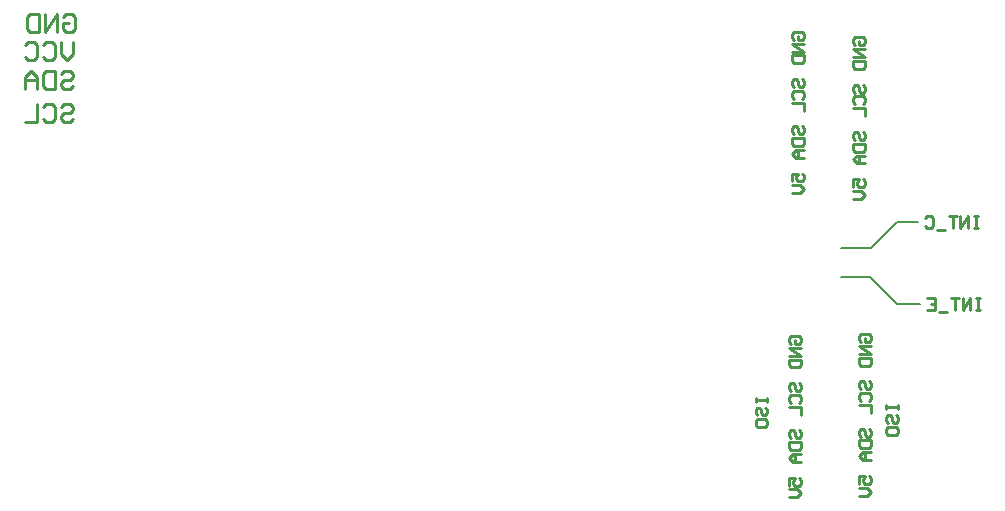
<source format=gbr>
%TF.GenerationSoftware,Altium Limited,Altium Designer,21.6.4 (81)*%
G04 Layer_Color=32896*
%FSLAX43Y43*%
%MOMM*%
%TF.SameCoordinates,6460C9BA-4ACB-47D4-91E6-0B69D92CFE26*%
%TF.FilePolarity,Positive*%
%TF.FileFunction,Legend,Bot*%
%TF.Part,Single*%
G01*
G75*
%TA.AperFunction,NonConductor*%
%ADD41C,0.200*%
%ADD42C,0.254*%
D41*
X88700Y66375D02*
X90525D01*
X86525Y64200D02*
X88700Y66375D01*
X83950Y64200D02*
X86525D01*
X83950Y61675D02*
X86475D01*
X88725Y59425D01*
X90650D01*
D42*
X18996Y81590D02*
Y80574D01*
X18488Y80066D01*
X17980Y80574D01*
Y81590D01*
X16457Y81336D02*
X16711Y81590D01*
X17219D01*
X17472Y81336D01*
Y80320D01*
X17219Y80066D01*
X16711D01*
X16457Y80320D01*
X14933Y81336D02*
X15187Y81590D01*
X15695D01*
X15949Y81336D01*
Y80320D01*
X15695Y80066D01*
X15187D01*
X14933Y80320D01*
X17980Y78923D02*
X18234Y79177D01*
X18742D01*
X18996Y78923D01*
Y78669D01*
X18742Y78415D01*
X18234D01*
X17980Y78161D01*
Y77907D01*
X18234Y77653D01*
X18742D01*
X18996Y77907D01*
X17472Y79177D02*
Y77653D01*
X16711D01*
X16457Y77907D01*
Y78923D01*
X16711Y79177D01*
X17472D01*
X15949Y77653D02*
Y78669D01*
X15441Y79177D01*
X14933Y78669D01*
Y77653D01*
Y78415D01*
X15949D01*
X18107Y83749D02*
X18361Y84003D01*
X18869D01*
X19123Y83749D01*
Y82733D01*
X18869Y82479D01*
X18361D01*
X18107Y82733D01*
Y83241D01*
X18615D01*
X17599Y82479D02*
Y84003D01*
X16584Y82479D01*
Y84003D01*
X16076D02*
Y82479D01*
X15314D01*
X15060Y82733D01*
Y83749D01*
X15314Y84003D01*
X16076D01*
X17980Y76129D02*
X18234Y76383D01*
X18742D01*
X18996Y76129D01*
Y75875D01*
X18742Y75621D01*
X18234D01*
X17980Y75367D01*
Y75113D01*
X18234Y74859D01*
X18742D01*
X18996Y75113D01*
X16457Y76129D02*
X16711Y76383D01*
X17219D01*
X17472Y76129D01*
Y75113D01*
X17219Y74859D01*
X16711D01*
X16457Y75113D01*
X15949Y76383D02*
Y74859D01*
X14933D01*
X95771Y59945D02*
X95438D01*
X95604D01*
Y58946D01*
X95771D01*
X95438D01*
X94938D02*
Y59945D01*
X94271Y58946D01*
Y59945D01*
X93938D02*
X93272D01*
X93605D01*
Y58946D01*
X92939Y58779D02*
X92272D01*
X91272Y59945D02*
X91939D01*
Y58946D01*
X91272D01*
X91939Y59445D02*
X91606D01*
X95596Y66895D02*
X95263D01*
X95429D01*
Y65896D01*
X95596D01*
X95263D01*
X94763D02*
Y66895D01*
X94096Y65896D01*
Y66895D01*
X93763D02*
X93097D01*
X93430D01*
Y65896D01*
X92764Y65729D02*
X92097D01*
X91097Y66729D02*
X91264Y66895D01*
X91597D01*
X91764Y66729D01*
Y66062D01*
X91597Y65896D01*
X91264D01*
X91097Y66062D01*
X80038Y81805D02*
X79871Y81971D01*
Y82304D01*
X80038Y82471D01*
X80704D01*
X80871Y82304D01*
Y81971D01*
X80704Y81805D01*
X80371D01*
Y82138D01*
X80871Y81471D02*
X79871D01*
X80871Y80805D01*
X79871D01*
Y80472D02*
X80871D01*
Y79972D01*
X80704Y79805D01*
X80038D01*
X79871Y79972D01*
Y80472D01*
X80038Y77806D02*
X79871Y77972D01*
Y78306D01*
X80038Y78472D01*
X80205D01*
X80371Y78306D01*
Y77972D01*
X80538Y77806D01*
X80704D01*
X80871Y77972D01*
Y78306D01*
X80704Y78472D01*
X80038Y76806D02*
X79871Y76973D01*
Y77306D01*
X80038Y77473D01*
X80704D01*
X80871Y77306D01*
Y76973D01*
X80704Y76806D01*
X79871Y76473D02*
X80871D01*
Y75806D01*
X80038Y73807D02*
X79871Y73974D01*
Y74307D01*
X80038Y74474D01*
X80205D01*
X80371Y74307D01*
Y73974D01*
X80538Y73807D01*
X80704D01*
X80871Y73974D01*
Y74307D01*
X80704Y74474D01*
X79871Y73474D02*
X80871D01*
Y72974D01*
X80704Y72807D01*
X80038D01*
X79871Y72974D01*
Y73474D01*
X80871Y72474D02*
X80205D01*
X79871Y72141D01*
X80205Y71808D01*
X80871D01*
X80371D01*
Y72474D01*
X79871Y69808D02*
Y70475D01*
X80371D01*
X80205Y70142D01*
Y69975D01*
X80371Y69808D01*
X80704D01*
X80871Y69975D01*
Y70308D01*
X80704Y70475D01*
X79871Y69475D02*
X80538D01*
X80871Y69142D01*
X80538Y68809D01*
X79871D01*
X79763Y56055D02*
X79596Y56221D01*
Y56554D01*
X79763Y56721D01*
X80429D01*
X80596Y56554D01*
Y56221D01*
X80429Y56055D01*
X80096D01*
Y56388D01*
X80596Y55721D02*
X79596D01*
X80596Y55055D01*
X79596D01*
Y54722D02*
X80596D01*
Y54222D01*
X80429Y54055D01*
X79763D01*
X79596Y54222D01*
Y54722D01*
X79763Y52056D02*
X79596Y52222D01*
Y52556D01*
X79763Y52722D01*
X79930D01*
X80096Y52556D01*
Y52222D01*
X80263Y52056D01*
X80429D01*
X80596Y52222D01*
Y52556D01*
X80429Y52722D01*
X79763Y51056D02*
X79596Y51223D01*
Y51556D01*
X79763Y51723D01*
X80429D01*
X80596Y51556D01*
Y51223D01*
X80429Y51056D01*
X79596Y50723D02*
X80596D01*
Y50056D01*
X79763Y48057D02*
X79596Y48224D01*
Y48557D01*
X79763Y48724D01*
X79930D01*
X80096Y48557D01*
Y48224D01*
X80263Y48057D01*
X80429D01*
X80596Y48224D01*
Y48557D01*
X80429Y48724D01*
X79596Y47724D02*
X80596D01*
Y47224D01*
X80429Y47057D01*
X79763D01*
X79596Y47224D01*
Y47724D01*
X80596Y46724D02*
X79930D01*
X79596Y46391D01*
X79930Y46058D01*
X80596D01*
X80096D01*
Y46724D01*
X79596Y44058D02*
Y44725D01*
X80096D01*
X79930Y44392D01*
Y44225D01*
X80096Y44058D01*
X80429D01*
X80596Y44225D01*
Y44558D01*
X80429Y44725D01*
X79596Y43725D02*
X80263D01*
X80596Y43392D01*
X80263Y43059D01*
X79596D01*
X76746Y51496D02*
Y51163D01*
Y51329D01*
X77746D01*
Y51496D01*
Y51163D01*
X76913Y49996D02*
X76746Y50163D01*
Y50496D01*
X76913Y50663D01*
X77080D01*
X77246Y50496D01*
Y50163D01*
X77413Y49996D01*
X77579D01*
X77746Y50163D01*
Y50496D01*
X77579Y50663D01*
X76746Y49163D02*
Y49497D01*
X76913Y49663D01*
X77579D01*
X77746Y49497D01*
Y49163D01*
X77579Y48997D01*
X76913D01*
X76746Y49163D01*
X87821Y50846D02*
Y50513D01*
Y50679D01*
X88821D01*
Y50846D01*
Y50513D01*
X87988Y49346D02*
X87821Y49513D01*
Y49846D01*
X87988Y50013D01*
X88155D01*
X88321Y49846D01*
Y49513D01*
X88488Y49346D01*
X88654D01*
X88821Y49513D01*
Y49846D01*
X88654Y50013D01*
X87821Y48513D02*
Y48847D01*
X87988Y49013D01*
X88654D01*
X88821Y48847D01*
Y48513D01*
X88654Y48347D01*
X87988D01*
X87821Y48513D01*
X85163Y81330D02*
X84996Y81496D01*
Y81829D01*
X85163Y81996D01*
X85829D01*
X85996Y81829D01*
Y81496D01*
X85829Y81330D01*
X85496D01*
Y81663D01*
X85996Y80996D02*
X84996D01*
X85996Y80330D01*
X84996D01*
Y79997D02*
X85996D01*
Y79497D01*
X85829Y79330D01*
X85163D01*
X84996Y79497D01*
Y79997D01*
X85163Y77331D02*
X84996Y77497D01*
Y77831D01*
X85163Y77997D01*
X85330D01*
X85496Y77831D01*
Y77497D01*
X85663Y77331D01*
X85829D01*
X85996Y77497D01*
Y77831D01*
X85829Y77997D01*
X85163Y76331D02*
X84996Y76498D01*
Y76831D01*
X85163Y76998D01*
X85829D01*
X85996Y76831D01*
Y76498D01*
X85829Y76331D01*
X84996Y75998D02*
X85996D01*
Y75331D01*
X85163Y73332D02*
X84996Y73499D01*
Y73832D01*
X85163Y73999D01*
X85330D01*
X85496Y73832D01*
Y73499D01*
X85663Y73332D01*
X85829D01*
X85996Y73499D01*
Y73832D01*
X85829Y73999D01*
X84996Y72999D02*
X85996D01*
Y72499D01*
X85829Y72332D01*
X85163D01*
X84996Y72499D01*
Y72999D01*
X85996Y71999D02*
X85330D01*
X84996Y71666D01*
X85330Y71333D01*
X85996D01*
X85496D01*
Y71999D01*
X84996Y69333D02*
Y70000D01*
X85496D01*
X85330Y69667D01*
Y69500D01*
X85496Y69333D01*
X85829D01*
X85996Y69500D01*
Y69833D01*
X85829Y70000D01*
X84996Y69000D02*
X85663D01*
X85996Y68667D01*
X85663Y68334D01*
X84996D01*
X85688Y56205D02*
X85521Y56371D01*
Y56704D01*
X85688Y56871D01*
X86354D01*
X86521Y56704D01*
Y56371D01*
X86354Y56205D01*
X86021D01*
Y56538D01*
X86521Y55871D02*
X85521D01*
X86521Y55205D01*
X85521D01*
Y54872D02*
X86521D01*
Y54372D01*
X86354Y54205D01*
X85688D01*
X85521Y54372D01*
Y54872D01*
X85688Y52206D02*
X85521Y52372D01*
Y52706D01*
X85688Y52872D01*
X85855D01*
X86021Y52706D01*
Y52372D01*
X86188Y52206D01*
X86354D01*
X86521Y52372D01*
Y52706D01*
X86354Y52872D01*
X85688Y51206D02*
X85521Y51373D01*
Y51706D01*
X85688Y51873D01*
X86354D01*
X86521Y51706D01*
Y51373D01*
X86354Y51206D01*
X85521Y50873D02*
X86521D01*
Y50206D01*
X85688Y48207D02*
X85521Y48374D01*
Y48707D01*
X85688Y48874D01*
X85855D01*
X86021Y48707D01*
Y48374D01*
X86188Y48207D01*
X86354D01*
X86521Y48374D01*
Y48707D01*
X86354Y48874D01*
X85521Y47874D02*
X86521D01*
Y47374D01*
X86354Y47207D01*
X85688D01*
X85521Y47374D01*
Y47874D01*
X86521Y46874D02*
X85855D01*
X85521Y46541D01*
X85855Y46208D01*
X86521D01*
X86021D01*
Y46874D01*
X85521Y44208D02*
Y44875D01*
X86021D01*
X85855Y44542D01*
Y44375D01*
X86021Y44208D01*
X86354D01*
X86521Y44375D01*
Y44708D01*
X86354Y44875D01*
X85521Y43875D02*
X86188D01*
X86521Y43542D01*
X86188Y43209D01*
X85521D01*
%TF.MD5,afdbc6dd33e912af8e77d2905271729f*%
M02*

</source>
